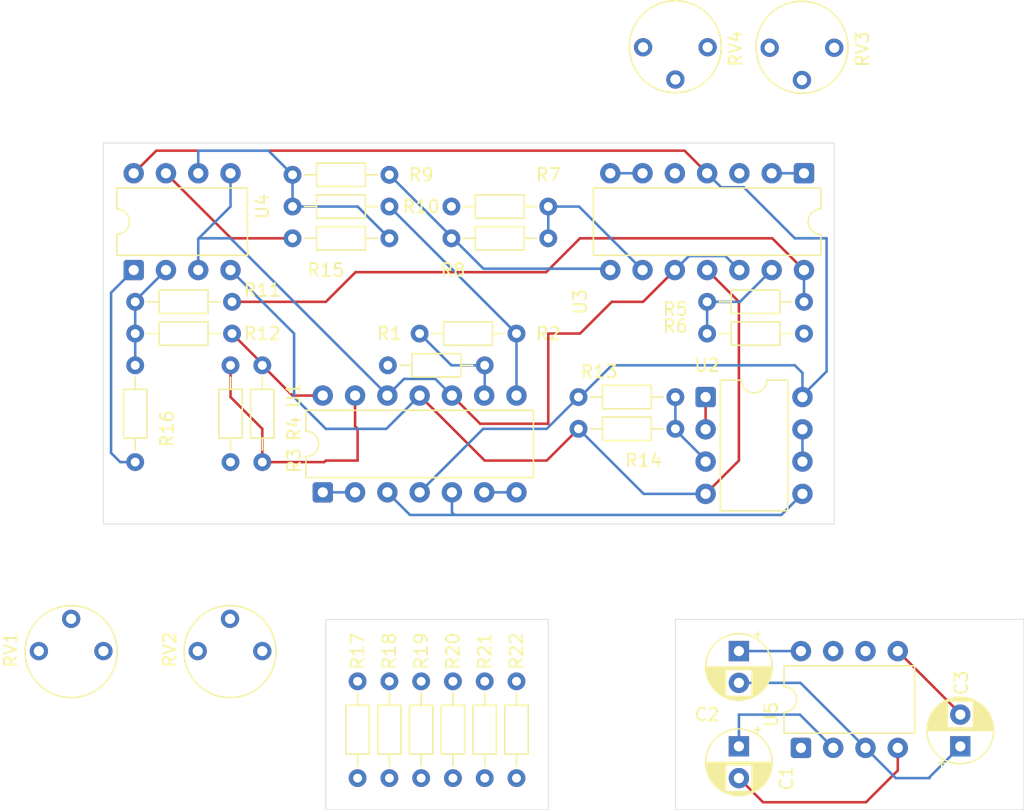
<source format=kicad_pcb>
(kicad_pcb (version 20241229) (generator "pcbnew") (generator_version "9.0")
  (layers (0 "F.Cu" signal) (2 "B.Cu" signal) (13 "F.Paste" user) (15 "B.Paste" user) (5 "F.SilkS" user "F.Silkscreen") (7 "B.SilkS" user "B.Silkscreen") (1 "F.Mask" user) (3 "B.Mask" user) (25 "Edge.Cuts" user))
  (net 0 "")
  (net 1 "Net-(R1-Pad2)")
  (net 2 "Net-(U1D--)")
  (net 3 "-9V")
  (net 4 "Net-(U1C--)")
  (net 5 "Net-(R3-Pad2)")
  (net 6 "/DryL")
  (net 7 "Net-(R5-Pad2)")
  (net 8 "Net-(U3C--)")
  (net 9 "/WetR_Inv")
  (net 10 "Net-(U3D--)")
  (net 11 "Net-(R7-Pad2)")
  (net 12 "/WetL_Inv")
  (net 13 "Net-(U4A--)")
  (net 14 "Net-(U4B--)")
  (net 15 "GND")
  (net 16 "Net-(U1A--)")
  (net 17 "Net-(U3B--)")
  (net 18 "Net-(U3A--)")
  (net 19 "Net-(U1B--)")
  (net 20 "+9V")
  (net 21 "Net-(U5-CAP+)")
  (net 23 "Net-(U5-CAP-)")
  (net 25 "/DryR")
  (net 27 "/Dry_In")
  (net 28 "/WDR_Out")
  (net 29 "/Wet_Left_In")
  (net 30 "/Wet_Right_In")
  (net 31 "/WDL_Out")
  (net 32 "/Dry_Buffered_Bypass")
  (net 33 "Net-(U2A-+)")
  (net 34 "Net-(U2A--)")
  (footprint "Resistor_THT:R_Axial_DIN0204_L3.6mm_D1.6mm_P7.62mm_Horizontal" (layer "F.Cu") (at 152.12 93.14 90)
    (property "Reference" "R17" (at 10 0 90) (layer "F.SilkS"))
    (property "Value" "1M ohm" (hide yes))
    (pad "1" thru_hole circle (at 0 0 90) (size 1.4 1.4) (drill 0.7) (layers "*.Cu" "*.Mask") (net 20 "+9V"))
    (pad "2" thru_hole oval (at 7.62 0 90) (size 1.4 1.4) (drill 0.7) (layers "*.Cu" "*.Mask") (net 27 "/Dry_In"))
  )
  (footprint "Resistor_THT:R_Axial_DIN0204_L3.6mm_D1.6mm_P7.62mm_Horizontal" (layer "F.Cu") (at 187.24 55.64 180)
    (property "Reference" "R6" (at 10.12 -1.92 0) (layer "F.SilkS"))
    (property "Value" "10k ohm" (hide yes))
    (pad "1" thru_hole circle (at 0 0 180) (size 1.4 1.4) (drill 0.7) (layers "*.Cu" "*.Mask") (net 9 "/WetR_Inv"))
    (pad "2" thru_hole oval (at 7.62 0 180) (size 1.4 1.4) (drill 0.7) (layers "*.Cu" "*.Mask") (net 10 "Net-(U3D--)"))
  )
  (footprint "Resistor_THT:R_Axial_DIN0204_L3.6mm_D1.6mm_P7.62mm_Horizontal" (layer "F.Cu") (at 164.62 58.14 180)
    (property "Reference" "R2" (at -2.5 0 0) (layer "F.SilkS"))
    (property "Value" "10k ohm" (hide yes))
    (pad "1" thru_hole circle (at 0 0 180) (size 1.4 1.4) (drill 0.7) (layers "*.Cu" "*.Mask") (net 6 "/DryL"))
    (pad "2" thru_hole oval (at 7.62 0 180) (size 1.4 1.4) (drill 0.7) (layers "*.Cu" "*.Mask") (net 4 "Net-(U1C--)"))
  )
  (footprint "Package_DIP:DIP-8_W7.62mm" (layer "F.Cu") (at 179.5 63.14)
    (property "Reference" "U2" (at 0.12 -2.5 0) (layer "F.SilkS"))
    (property "Value" "TL072" (hide yes))
    (pad "1" thru_hole roundrect (at 0 0) (size 1.6 1.6) (drill 0.8) (layers "*.Cu" "*.Mask") (roundrect_rratio 0.15625) (net 34 "Net-(U2A--)"))
    (pad "2" thru_hole circle (at 0 2.54) (size 1.6 1.6) (drill 0.8) (layers "*.Cu" "*.Mask") (net 34 "Net-(U2A--)"))
    (pad "3" thru_hole circle (at 0 5.08) (size 1.6 1.6) (drill 0.8) (layers "*.Cu" "*.Mask") (net 33 "Net-(U2A-+)"))
    (pad "4" thru_hole circle (at 0 7.62) (size 1.6 1.6) (drill 0.8) (layers "*.Cu" "*.Mask") (net 3 "-9V"))
    (pad "5" thru_hole circle (at 7.62 7.62) (size 1.6 1.6) (drill 0.8) (layers "*.Cu" "*.Mask") (net 27 "/Dry_In"))
    (pad "6" thru_hole circle (at 7.62 5.08) (size 1.6 1.6) (drill 0.8) (layers "*.Cu" "*.Mask") (net 32 "/Dry_Buffered_Bypass"))
    (pad "7" thru_hole circle (at 7.62 2.54) (size 1.6 1.6) (drill 0.8) (layers "*.Cu" "*.Mask") (net 32 "/Dry_Buffered_Bypass"))
    (pad "8" thru_hole circle (at 7.62 0) (size 1.6 1.6) (drill 0.8) (layers "*.Cu" "*.Mask") (net 20 "+9V"))
  )
  (footprint "Resistor_THT:R_Axial_DIN0204_L3.6mm_D1.6mm_P7.62mm_Horizontal" (layer "F.Cu") (at 159.62 93.14 90)
    (property "Reference" "R20" (at 10 0 90) (layer "F.SilkS"))
    (property "Value" "1M ohm" (hide yes))
    (pad "1" thru_hole circle (at 0 0 90) (size 1.4 1.4) (drill 0.7) (layers "*.Cu" "*.Mask") (net 30 "/Wet_Right_In"))
    (pad "2" thru_hole oval (at 7.62 0 90) (size 1.4 1.4) (drill 0.7) (layers "*.Cu" "*.Mask") (net 3 "-9V"))
  )
  (footprint "Package_DIP:DIP-8_W7.62mm" (layer "F.Cu") (at 187 90.76 90)
    (property "Reference" "U5" (at 2.62 -2.33 90) (layer "F.SilkS"))
    (property "Value" "LT1054" (hide yes))
    (pad "1" thru_hole roundrect (at 0 0 90) (size 1.6 1.6) (drill 0.8) (layers "*.Cu" "*.Mask") (roundrect_rratio 0.15625))
    (pad "2" thru_hole circle (at 0 2.54 90) (size 1.6 1.6) (drill 0.8) (layers "*.Cu" "*.Mask") (net 21 "Net-(U5-CAP+)"))
    (pad "3" thru_hole circle (at 0 5.08 90) (size 1.6 1.6) (drill 0.8) (layers "*.Cu" "*.Mask") (net 15 "GND"))
    (pad "4" thru_hole circle (at 0 7.62 90) (size 1.6 1.6) (drill 0.8) (layers "*.Cu" "*.Mask") (net 23 "Net-(U5-CAP-)"))
    (pad "5" thru_hole circle (at 7.62 7.62 90) (size 1.6 1.6) (drill 0.8) (layers "*.Cu" "*.Mask") (net 3 "-9V"))
    (pad "6" thru_hole circle (at 7.62 5.08 90) (size 1.6 1.6) (drill 0.8) (layers "*.Cu" "*.Mask"))
    (pad "7" thru_hole circle (at 7.62 2.54 90) (size 1.6 1.6) (drill 0.8) (layers "*.Cu" "*.Mask"))
    (pad "8" thru_hole circle (at 7.62 0 90) (size 1.6 1.6) (drill 0.8) (layers "*.Cu" "*.Mask") (net 20 "+9V"))
  )
  (footprint "Potentiometer_THT:Potentiometer_Vishay_T7-YA_Single_Vertical" (layer "F.Cu") (at 132.12 83.14 90)
    (property "Reference" "RV1" (at 0.11 -7.29 90) (layer "F.SilkS"))
    (property "Value" "R_Potentiometer_US" (hide yes))
    (pad "1" thru_hole circle (at 0 0 90) (size 1.44 1.44) (drill 0.8) (layers "*.Cu" "*.Mask") (net 16 "Net-(U1A--)"))
    (pad "2" thru_hole circle (at 2.54 -2.54 90) (size 1.44 1.44) (drill 0.8) (layers "*.Cu" "*.Mask") (net 5 "Net-(R3-Pad2)"))
    (pad "3" thru_hole circle (at 0 -5.08 90) (size 1.44 1.44) (drill 0.8) (layers "*.Cu" "*.Mask") (net 15 "GND"))
  )
  (footprint "Resistor_THT:R_Axial_DIN0204_L3.6mm_D1.6mm_P7.62mm_Horizontal" (layer "F.Cu") (at 162.12 93.14 90)
    (property "Reference" "R21" (at 10 0 90) (layer "F.SilkS"))
    (property "Value" "1M ohm" (hide yes))
    (pad "1" thru_hole circle (at 0 0 90) (size 1.4 1.4) (drill 0.7) (layers "*.Cu" "*.Mask") (net 20 "+9V"))
    (pad "2" thru_hole oval (at 7.62 0 90) (size 1.4 1.4) (drill 0.7) (layers "*.Cu" "*.Mask") (net 29 "/Wet_Left_In"))
  )
  (footprint "Package_DIP:DIP-14_W7.62mm" (layer "F.Cu") (at 149.38 70.64 90)
    (property "Reference" "U1" (at 7.62 -2.3 90) (layer "F.SilkS"))
    (property "Value" "TL074" (hide yes))
    (pad "1" thru_hole roundrect (at 0 0 90) (size 1.6 1.6) (drill 0.8) (layers "*.Cu" "*.Mask") (roundrect_rratio 0.15625) (net 16 "Net-(U1A--)"))
    (pad "2" thru_hole circle (at 0 2.54 90) (size 1.6 1.6) (drill 0.8) (layers "*.Cu" "*.Mask") (net 16 "Net-(U1A--)"))
    (pad "3" thru_hole circle (at 0 5.08 90) (size 1.6 1.6) (drill 0.8) (layers "*.Cu" "*.Mask") (net 27 "/Dry_In"))
    (pad "4" thru_hole circle (at 0 7.62 90) (size 1.6 1.6) (drill 0.8) (layers "*.Cu" "*.Mask") (net 20 "+9V"))
    (pad "5" thru_hole circle (at 0 10.16 90) (size 1.6 1.6) (drill 0.8) (layers "*.Cu" "*.Mask") (net 27 "/Dry_In"))
    (pad "6" thru_hole circle (at 0 12.7 90) (size 1.6 1.6) (drill 0.8) (layers "*.Cu" "*.Mask") (net 19 "Net-(U1B--)"))
    (pad "7" thru_hole circle (at 0 15.24 90) (size 1.6 1.6) (drill 0.8) (layers "*.Cu" "*.Mask") (net 19 "Net-(U1B--)"))
    (pad "8" thru_hole circle (at 7.62 15.24 90) (size 1.6 1.6) (drill 0.8) (layers "*.Cu" "*.Mask") (net 6 "/DryL"))
    (pad "9" thru_hole circle (at 7.62 12.7 90) (size 1.6 1.6) (drill 0.8) (layers "*.Cu" "*.Mask") (net 4 "Net-(U1C--)"))
    (pad "10" thru_hole circle (at 7.62 10.16 90) (size 1.6 1.6) (drill 0.8) (layers "*.Cu" "*.Mask") (net 15 "GND"))
    (pad "11" thru_hole circle (at 7.62 7.62 90) (size 1.6 1.6) (drill 0.8) (layers "*.Cu" "*.Mask") (net 3 "-9V"))
    (pad "12" thru_hole circle (at 7.62 5.08 90) (size 1.6 1.6) (drill 0.8) (layers "*.Cu" "*.Mask") (net 15 "GND"))
    (pad "13" thru_hole circle (at 7.62 2.54 90) (size 1.6 1.6) (drill 0.8) (layers "*.Cu" "*.Mask") (net 2 "Net-(U1D--)"))
    (pad "14" thru_hole circle (at 7.62 0 90) (size 1.6 1.6) (drill 0.8) (layers "*.Cu" "*.Mask") (net 25 "/DryR"))
  )
  (footprint "Resistor_THT:R_Axial_DIN0204_L3.6mm_D1.6mm_P7.62mm_Horizontal" (layer "F.Cu") (at 177.12 65.64 180)
    (property "Reference" "R14" (at 2.5 -2.5 0) (layer "F.SilkS"))
    (property "Value" "R_US" (hide yes))
    (pad "1" thru_hole circle (at 0 0 180) (size 1.4 1.4) (drill 0.7) (layers "*.Cu" "*.Mask") (net 33 "Net-(U2A-+)"))
    (pad "2" thru_hole oval (at 7.62 0 180) (size 1.4 1.4) (drill 0.7) (layers "*.Cu" "*.Mask") (net 3 "-9V"))
  )
  (footprint "Resistor_THT:R_Axial_DIN0204_L3.6mm_D1.6mm_P7.62mm_Horizontal" (layer "F.Cu") (at 159.5 50.64)
    (property "Reference" "R8" (at 0.12 2.5 0) (layer "F.SilkS"))
    (property "Value" "10k ohm" (hide yes))
    (pad "1" thru_hole circle (at 0 0) (size 1.4 1.4) (drill 0.7) (layers "*.Cu" "*.Mask") (net 12 "/WetL_Inv"))
    (pad "2" thru_hole oval (at 7.62 0) (size 1.4 1.4) (drill 0.7) (layers "*.Cu" "*.Mask") (net 8 "Net-(U3C--)"))
  )
  (footprint "Resistor_THT:R_Axial_DIN0204_L3.6mm_D1.6mm_P7.62mm_Horizontal" (layer "F.Cu") (at 147 48.14)
    (property "Reference" "R10" (at 10.12 0 0) (layer "F.SilkS"))
    (property "Value" "10k ohm" (hide yes))
    (pad "1" thru_hole circle (at 0 0) (size 1.4 1.4) (drill 0.7) (layers "*.Cu" "*.Mask") (net 14 "Net-(U4B--)"))
    (pad "2" thru_hole oval (at 7.62 0) (size 1.4 1.4) (drill 0.7) (layers "*.Cu" "*.Mask") (net 6 "/DryL"))
  )
  (footprint "Resistor_THT:R_Axial_DIN0204_L3.6mm_D1.6mm_P7.62mm_Horizontal" (layer "F.Cu") (at 134.62 55.64)
    (property "Reference" "R11" (at 10 -0.92 0) (layer "F.SilkS"))
    (property "Value" "10k ohm" (hide yes))
    (pad "1" thru_hole circle (at 0 0) (size 1.4 1.4) (drill 0.7) (layers "*.Cu" "*.Mask") (net 13 "Net-(U4A--)"))
    (pad "2" thru_hole oval (at 7.62 0) (size 1.4 1.4) (drill 0.7) (layers "*.Cu" "*.Mask") (net 9 "/WetR_Inv"))
  )
  (footprint "Potentiometer_THT:Potentiometer_Vishay_T7-YA_Single_Vertical" (layer "F.Cu") (at 144.62 83.14 90)
    (property "Reference" "RV2" (at 0.11 -7.29 90) (layer "F.SilkS"))
    (property "Value" "R_Potentiometer_US" (hide yes))
    (pad "1" thru_hole circle (at 0 0 90) (size 1.44 1.44) (drill 0.8) (layers "*.Cu" "*.Mask") (net 19 "Net-(U1B--)"))
    (pad "2" thru_hole circle (at 2.54 -2.54 90) (size 1.44 1.44) (drill 0.8) (layers "*.Cu" "*.Mask") (net 1 "Net-(R1-Pad2)"))
    (pad "3" thru_hole circle (at 0 -5.08 90) (size 1.44 1.44) (drill 0.8) (layers "*.Cu" "*.Mask") (net 15 "GND"))
  )
  (footprint "Resistor_THT:R_Axial_DIN0204_L3.6mm_D1.6mm_P7.62mm_Horizontal" (layer "F.Cu") (at 169.5 63.14)
    (property "Reference" "R13" (at 1.62 -2 0) (layer "F.SilkS"))
    (property "Value" "R_US" (hide yes))
    (pad "1" thru_hole circle (at 0 0) (size 1.4 1.4) (drill 0.7) (layers "*.Cu" "*.Mask") (net 20 "+9V"))
    (pad "2" thru_hole oval (at 7.62 0) (size 1.4 1.4) (drill 0.7) (layers "*.Cu" "*.Mask") (net 33 "Net-(U2A-+)"))
  )
  (footprint "Resistor_THT:R_Axial_DIN0204_L3.6mm_D1.6mm_P7.62mm_Horizontal" (layer "F.Cu") (at 144.62 60.64 -90)
    (property "Reference" "R4" (at 5 -2.5 90) (layer "F.SilkS"))
    (property "Value" "10k ohm" (hide yes))
    (pad "1" thru_hole circle (at 0 0 270) (size 1.4 1.4) (drill 0.7) (layers "*.Cu" "*.Mask") (net 25 "/DryR"))
    (pad "2" thru_hole oval (at 7.62 0 270) (size 1.4 1.4) (drill 0.7) (layers "*.Cu" "*.Mask") (net 2 "Net-(U1D--)"))
  )
  (footprint "Package_DIP:DIP-8_W7.62mm" (layer "F.Cu") (at 134.5 53.14 90)
    (property "Reference" "U4" (at 5 10.12 90) (layer "F.SilkS"))
    (property "Value" "TL072" (hide yes))
    (pad "1" thru_hole roundrect (at 0 0 90) (size 1.6 1.6) (drill 0.8) (layers "*.Cu" "*.Mask") (roundrect_rratio 0.15625) (net 31 "/WDL_Out"))
    (pad "2" thru_hole circle (at 0 2.54 90) (size 1.6 1.6) (drill 0.8) (layers "*.Cu" "*.Mask") (net 13 "Net-(U4A--)"))
    (pad "3" thru_hole circle (at 0 5.08 90) (size 1.6 1.6) (drill 0.8) (layers "*.Cu" "*.Mask") (net 15 "GND"))
    (pad "4" thru_hole circle (at 0 7.62 90) (size 1.6 1.6) (drill 0.8) (layers "*.Cu" "*.Mask") (net 3 "-9V"))
    (pad "5" thru_hole circle (at 7.62 7.62 90) (size 1.6 1.6) (drill 0.8) (layers "*.Cu" "*.Mask") (net 15 "GND"))
    (pad "6" thru_hole circle (at 7.62 5.08 90) (size 1.6 1.6) (drill 0.8) (layers "*.Cu" "*.Mask") (net 14 "Net-(U4B--)"))
    (pad "7" thru_hole circle (at 7.62 2.54 90) (size 1.6 1.6) (drill 0.8) (layers "*.Cu" "*.Mask") (net 28 "/WDR_Out"))
    (pad "8" thru_hole circle (at 7.62 0 90) (size 1.6 1.6) (drill 0.8) (layers "*.Cu" "*.Mask") (net 20 "+9V"))
  )
  (footprint "Resistor_THT:R_Axial_DIN0204_L3.6mm_D1.6mm_P7.62mm_Horizontal" (layer "F.Cu") (at 167.12 48.14 180)
    (property "Reference" "R7" (at 0 2.5 0) (layer "F.SilkS"))
    (property "Value" "10k ohm" (hide yes))
    (pad "1" thru_hole circle (at 0 0 180) (size 1.4 1.4) (drill 0.7) (layers "*.Cu" "*.Mask") (net 8 "Net-(U3C--)"))
    (pad "2" thru_hole oval (at 7.62 0 180) (size 1.4 1.4) (drill 0.7) (layers "*.Cu" "*.Mask") (net 11 "Net-(R7-Pad2)"))
  )
  (footprint "Resistor_THT:R_Axial_DIN0204_L3.6mm_D1.6mm_P7.62mm_Horizontal" (layer "F.Cu") (at 142.12 60.64 -90)
    (property "Reference" "R3" (at 7.5 -5 90) (layer "F.SilkS"))
    (property "Value" "10k ohm" (hide yes))
    (pad "1" thru_hole circle (at 0 0 270) (size 1.4 1.4) (drill 0.7) (layers "*.Cu" "*.Mask") (net 2 "Net-(U1D--)"))
    (pad "2" thru_hole oval (at 7.62 0 270) (size 1.4 1.4) (drill 0.7) (layers "*.Cu" "*.Mask") (net 5 "Net-(R3-Pad2)"))
  )
  (footprint "Resistor_THT:R_Axial_DIN0204_L3.6mm_D1.6mm_P7.62mm_Horizontal" (layer "F.Cu") (at 147 45.64)
    (property "Reference" "R9" (at 10.12 0 0) (layer "F.SilkS"))
    (property "Value" "10k ohm" (hide yes))
    (pad "1" thru_hole circle (at 0 0) (size 1.4 1.4) (drill 0.7) (layers "*.Cu" "*.Mask") (net 14 "Net-(U4B--)"))
    (pad "2" thru_hole oval (at 7.62 0) (size 1.4 1.4) (drill 0.7) (layers "*.Cu" "*.Mask") (net 12 "/WetL_Inv"))
  )
  (footprint "Capacitor_THT:CP_Radial_D5.0mm_P2.50mm" (layer "F.Cu") (at 182.12 90.64 -90)
    (property "Reference" "C1" (at 2.5 -3.75 90) (layer "F.SilkS"))
    (property "Value" "C_Polarized_US" (hide yes))
    (pad "1" thru_hole rect (at 0 0 270) (size 1.6 1.6) (drill 0.8) (layers "*.Cu" "*.Mask") (net 21 "Net-(U5-CAP+)"))
    (pad "2" thru_hole circle (at 2.5 0 270) (size 1.6 1.6) (drill 0.8) (layers "*.Cu" "*.Mask") (net 23 "Net-(U5-CAP-)"))
  )
  (footprint "Potentiometer_THT:Potentiometer_Vishay_T7-YA_Single_Vertical" (layer "F.Cu") (at 174.58 35.6 -90)
    (property "Reference" "RV4" (at 0.11 -7.29 90) (layer "F.SilkS"))
    (property "Value" "R_Potentiometer_US" (hide yes))
    (pad "1" thru_hole circle (at 0 0 270) (size 1.44 1.44) (drill 0.8) (layers "*.Cu" "*.Mask") (net 17 "Net-(U3B--)"))
    (pad "2" thru_hole circle (at 2.54 -2.54 270) (size 1.44 1.44) (drill 0.8) (layers "*.Cu" "*.Mask") (net 11 "Net-(R7-Pad2)"))
    (pad "3" thru_hole circle (at 0 -5.08 270) (size 1.44 1.44) (drill 0.8) (layers "*.Cu" "*.Mask") (net 15 "GND"))
  )
  (footprint "Resistor_THT:R_Axial_DIN0204_L3.6mm_D1.6mm_P7.62mm_Horizontal" (layer "F.Cu") (at 157.12 93.14 90)
    (property "Reference" "R19" (at 10 0 90) (layer "F.SilkS"))
    (property "Value" "1M ohm" (hide yes))
    (pad "1" thru_hole circle (at 0 0 90) (size 1.4 1.4) (drill 0.7) (layers "*.Cu" "*.Mask") (net 20 "+9V"))
    (pad "2" thru_hole oval (at 7.62 0 90) (size 1.4 1.4) (drill 0.7) (layers "*.Cu" "*.Mask") (net 30 "/Wet_Right_In"))
  )
  (footprint "Resistor_THT:R_Axial_DIN0204_L3.6mm_D1.6mm_P7.62mm_Horizontal" (layer "F.Cu") (at 154.62 93.14 90)
    (property "Reference" "R18" (at 10 0 90) (layer "F.SilkS"))
    (property "Value" "1M ohm" (hide yes))
    (pad "1" thru_hole circle (at 0 0 90) (size 1.4 1.4) (drill 0.7) (layers "*.Cu" "*.Mask") (net 27 "/Dry_In"))
    (pad "2" thru_hole oval (at 7.62 0 90) (size 1.4 1.4) (drill 0.7) (layers "*.Cu" "*.Mask") (net 3 "-9V"))
  )
  (footprint "Capacitor_THT:CP_Radial_D5.0mm_P2.50mm" (layer "F.Cu") (at 199.54 90.64 90)
    (property "Reference" "C3" (at 5 0.08 90) (layer "F.SilkS"))
    (property "Value" "C_Polarized_US" (hide yes))
    (pad "1" thru_hole rect (at 0 0 90) (size 1.6 1.6) (drill 0.8) (layers "*.Cu" "*.Mask") (net 15 "GND"))
    (pad "2" thru_hole circle (at 2.5 0 90) (size 1.6 1.6) (drill 0.8) (layers "*.Cu" "*.Mask") (net 3 "-9V"))
  )
  (footprint "Resistor_THT:R_Axial_DIN0204_L3.6mm_D1.6mm_P7.62mm_Horizontal" (layer "F.Cu") (at 147 50.64)
    (property "Reference" "R15" (at 2.62 2.5 0) (layer "F.SilkS"))
    (property "Value" "10k ohm" (hide yes))
    (pad "1" thru_hole circle (at 0 0) (size 1.4 1.4) (drill 0.7) (layers "*.Cu" "*.Mask") (net 28 "/WDR_Out"))
    (pad "2" thru_hole oval (at 7.62 0) (size 1.4 1.4) (drill 0.7) (layers "*.Cu" "*.Mask") (net 14 "Net-(U4B--)"))
  )
  (footprint "Potentiometer_THT:Potentiometer_Vishay_T7-YA_Single_Vertical" (layer "F.Cu") (at 184.54 35.64 -90)
    (property "Reference" "RV3" (at 0.11 -7.29 90) (layer "F.SilkS"))
    (property "Value" "R_Potentiometer_US" (hide yes))
    (pad "1" thru_hole circle (at 0 0 270) (size 1.44 1.44) (drill 0.8) (layers "*.Cu" "*.Mask") (net 18 "Net-(U3A--)"))
    (pad "2" thru_hole circle (at 2.54 -2.54 270) (size 1.44 1.44) (drill 0.8) (layers "*.Cu" "*.Mask") (net 7 "Net-(R5-Pad2)"))
    (pad "3" thru_hole circle (at 0 -5.08 270) (size 1.44 1.44) (drill 0.8) (layers "*.Cu" "*.Mask") (net 15 "GND"))
  )
  (footprint "Package_DIP:DIP-14_W7.62mm" (layer "F.Cu") (at 187.24 45.52 -90)
    (property "Reference" "U3" (at 10.12 17.62 90) (layer "F.SilkS"))
    (property "Value" "TL074" (hide yes))
    (pad "1" thru_hole roundrect (at 0 0 270) (size 1.6 1.6) (drill 0.8) (layers "*.Cu" "*.Mask") (roundrect_rratio 0.15625) (net 18 "Net-(U3A--)"))
    (pad "2" thru_hole circle (at 0 2.54 270) (size 1.6 1.6) (drill 0.8) (layers "*.Cu" "*.Mask") (net 18 "Net-(U3A--)"))
    (pad "3" thru_hole circle (at 0 5.08 270) (size 1.6 1.6) (drill 0.8) (layers "*.Cu" "*.Mask") (net 30 "/Wet_Right_In"))
    (pad "4" thru_hole circle (at 0 7.62 270) (size 1.6 1.6) (drill 0.8) (layers "*.Cu" "*.Mask") (net 20 "+9V"))
    (pad "5" thru_hole circle (at 0 10.16 270) (size 1.6 1.6) (drill 0.8) (layers "*.Cu" "*.Mask") (net 29 "/Wet_Left_In"))
    (pad "6" thru_hole circle (at 0 12.7 270) (size 1.6 1.6) (drill 0.8) (layers "*.Cu" "*.Mask") (net 17 "Net-(U3B--)"))
    (pad "7" thru_hole circle (at 0 15.24 270) (size 1.6 1.6) (drill 0.8) (layers "*.Cu" "*.Mask") (net 17 "Net-(U3B--)"))
    (pad "8" thru_hole circle (at 7.62 15.24 270) (size 1.6 1.6) (drill 0.8) (layers "*.Cu" "*.Mask") (net 12 "/WetL_Inv"))
    (pad "9" thru_hole circle (at 7.62 12.7 270) (size 1.6 1.6) (drill 0.8) (layers "*.Cu" "*.Mask") (net 8 "Net-(U3C--)"))
    (pad "10" thru_hole circle (at 7.62 10.16 270) (size 1.6 1.6) (drill 0.8) (layers "*.Cu" "*.Mask") (net 15 "GND"))
    (pad "11" thru_hole circle (at 7.62 7.62 270) (size 1.6 1.6) (drill 0.8) (layers "*.Cu" "*.Mask") (net 3 "-9V"))
    (pad "12" thru_hole circle (at 7.62 5.08 270) (size 1.6 1.6) (drill 0.8) (layers "*.Cu" "*.Mask") (net 15 "GND"))
    (pad "13" thru_hole circle (at 7.62 2.54 270) (size 1.6 1.6) (drill 0.8) (layers "*.Cu" "*.Mask") (net 10 "Net-(U3D--)"))
    (pad "14" thru_hole circle (at 7.62 0 270) (size 1.6 1.6) (drill 0.8) (layers "*.Cu" "*.Mask") (net 9 "/WetR_Inv"))
  )
  (footprint "Resistor_THT:R_Axial_DIN0204_L3.6mm_D1.6mm_P7.62mm_Horizontal" (layer "F.Cu") (at 134.62 58.14)
    (property "Reference" "R12" (at 10 0 0) (layer "F.SilkS"))
    (property "Value" "10k ohm" (hide yes))
    (pad "1" thru_hole circle (at 0 0) (size 1.4 1.4) (drill 0.7) (layers "*.Cu" "*.Mask") (net 13 "Net-(U4A--)"))
    (pad "2" thru_hole oval (at 7.62 0) (size 1.4 1.4) (drill 0.7) (layers "*.Cu" "*.Mask") (net 25 "/DryR"))
  )
  (footprint "Resistor_THT:R_Axial_DIN0204_L3.6mm_D1.6mm_P7.62mm_Horizontal" (layer "F.Cu") (at 134.62 68.26 90)
    (property "Reference" "R16" (at 2.62 2.5 90) (layer "F.SilkS"))
    (property "Value" "10k ohm" (hide yes))
    (pad "1" thru_hole circle (at 0 0 90) (size 1.4 1.4) (drill 0.7) (layers "*.Cu" "*.Mask") (net 31 "/WDL_Out"))
    (pad "2" thru_hole oval (at 7.62 0 90) (size 1.4 1.4) (drill 0.7) (layers "*.Cu" "*.Mask") (net 13 "Net-(U4A--)"))
  )
  (footprint "Resistor_THT:R_Axial_DIN0204_L3.6mm_D1.6mm_P7.62mm_Horizontal" (layer "F.Cu") (at 164.62 93.14 90)
    (property "Reference" "R22" (at 10 0 90) (layer "F.SilkS"))
    (property "Value" "1M ohm" (hide yes))
    (pad "1" thru_hole circle (at 0 0 90) (size 1.4 1.4) (drill 0.7) (layers "*.Cu" "*.Mask") (net 29 "/Wet_Left_In"))
    (pad "2" thru_hole oval (at 7.62 0 90) (size 1.4 1.4) (drill 0.7) (layers "*.Cu" "*.Mask") (net 3 "-9V"))
  )
  (footprint "Resistor_THT:R_Axial_DIN0204_L3.6mm_D1.6mm_P7.62mm_Horizontal" (layer "F.Cu") (at 179.62 58.14)
    (property "Reference" "R5" (at -2.5 -1.92 0) (layer "F.SilkS"))
    (property "Value" "10k ohm" (hide yes))
    (pad "1" thru_hole circle (at 0 0) (size 1.4 1.4) (drill 0.7) (layers "*.Cu" "*.Mask") (net 10 "Net-(U3D--)"))
    (pad "2" thru_hole oval (at 7.62 0) (size 1.4 1.4) (drill 0.7) (layers "*.Cu" "*.Mask") (net 7 "Net-(R5-Pad2)"))
  )
  (footprint "Resistor_THT:R_Axial_DIN0204_L3.6mm_D1.6mm_P7.62mm_Horizontal" (layer "F.Cu") (at 162.12 60.64 180)
    (property "Reference" "R1" (at 7.5 2.5 0) (layer "F.SilkS"))
    (property "Value" "10k ohm" (hide yes))
    (pad "1" thru_hole circle (at 0 0 180) (size 1.4 1.4) (drill 0.7) (layers "*.Cu" "*.Mask") (net 4 "Net-(U1C--)"))
    (pad "2" thru_hole oval (at 7.62 0 180) (size 1.4 1.4) (drill 0.7) (layers "*.Cu" "*.Mask") (net 1 "Net-(R1-Pad2)"))
  )
  (footprint "Capacitor_THT:CP_Radial_D5.0mm_P2.50mm" (layer "F.Cu") (at 182.12 83.14 -90)
    (property "Reference" "C2" (at 5 2.5 0) (layer "F.SilkS"))
    (property "Value" "C_Polarized_US" (hide yes))
    (pad "1" thru_hole rect (at 0 0 270) (size 1.6 1.6) (drill 0.8) (layers "*.Cu" "*.Mask") (net 20 "+9V"))
    (pad "2" thru_hole circle (at 2.5 0 270) (size 1.6 1.6) (drill 0.8) (layers "*.Cu" "*.Mask") (net 15 "GND"))
  )
  (gr_rect (start 177.12 80.64) (end 204.54 95.64) (stroke (width 0.05)) (fill no) (layer "Edge.Cuts"))
  (gr_rect (start 149.62 80.64) (end 167.12 95.64) (stroke (width 0.05)) (fill no) (layer "Edge.Cuts"))
  (gr_rect (start 132.12 43.14) (end 189.62 73.14) (stroke (width 0.05)) (fill no) (layer "Edge.Cuts"))
  (segment (start 152.12 68.14) (end 149.62 68.14) (width 0.2) (layer "F.Cu") (net 2))
  (segment (start 144.62 68.26) (end 144.62 65.64) (width 0.2) (layer "F.Cu") (net 2))
  (segment (start 142.12 63.14) (end 142.12 60.64) (width 0.2) (layer "F.Cu") (net 2))
  (segment (start 149.62 68.14) (end 149.5 68.26) (width 0.2) (layer "F.Cu") (net 2))
  (segment (start 151.92 65.44) (end 152.12 65.64) (width 0.2) (layer "F.Cu") (net 2))
  (segment (start 144.62 65.64) (end 142.12 63.14) (width 0.2) (layer "F.Cu") (net 2))
  (segment (start 152.12 65.64) (end 152.12 68.14) (width 0.2) (layer "F.Cu") (net 2))
  (segment (start 149.5 68.26) (end 144.62 68.26) (width 0.2) (layer "F.Cu") (net 2))
  (segment (start 151.92 65.44) (end 151.92 63.02) (width 0.2) (layer "F.Cu") (net 2))
  (segment (start 157 63.02) (end 162.12 68.14) (width 0.2) (layer "F.Cu") (net 3))
  (segment (start 182.12 68.14) (end 179.5 70.76) (width 0.2) (layer "F.Cu") (net 3))
  (segment (start 162.12 68.14) (end 167 68.14) (width 0.2) (layer "F.Cu") (net 3))
  (segment (start 182.12 55.64) (end 182.12 68.14) (width 0.2) (layer "F.Cu") (net 3))
  (segment (start 167 68.14) (end 169.5 65.64) (width 0.2) (layer "F.Cu") (net 3))
  (segment (start 199.54 88.06) (end 199.54 88.14) (width 0.2) (layer "F.Cu") (net 3))
  (segment (start 194.62 83.14) (end 199.54 88.06) (width 0.2) (layer "F.Cu") (net 3))
  (segment (start 179.62 53.14) (end 182.12 55.64) (width 0.2) (layer "F.Cu") (net 3))
  (segment (start 142.12 53.14) (end 147.12 58.14) (width 0.2) (layer "B.Cu") (net 3))
  (segment (start 174.62 70.76) (end 169.5 65.64) (width 0.2) (layer "B.Cu") (net 3))
  (segment (start 154.38 65.64) (end 149.62 65.64) (width 0.2) (layer "B.Cu") (net 3))
  (segment (start 157 63.02) (end 154.38 65.64) (width 0.2) (layer "B.Cu") (net 3))
  (segment (start 194.62 83.22) (end 194.62 83.14) (width 0.2) (layer "B.Cu") (net 3))
  (segment (start 147.12 63.14) (end 149.62 65.64) (width 0.2) (layer "B.Cu") (net 3))
  (segment (start 179.38 70.76) (end 174.62 70.76) (width 0.2) (layer "B.Cu") (net 3))
  (segment (start 147.12 58.14) (end 147.12 63.14) (width 0.2) (layer "B.Cu") (net 3))
  (segment (start 159.5 60.64) (end 162.12 60.64) (width 0.2) (layer "B.Cu") (net 4))
  (segment (start 162.12 62.98) (end 162.08 63.02) (width 0.2) (layer "B.Cu") (net 4))
  (segment (start 157 58.14) (end 159.5 60.64) (width 0.2) (layer "B.Cu") (net 4))
  (segment (start 162.12 60.64) (end 162.12 62.98) (width 0.2) (layer "B.Cu") (net 4))
  (segment (start 154.62 48.14) (end 164.62 58.14) (width 0.2) (layer "B.Cu") (net 6))
  (segment (start 164.62 58.14) (end 164.62 62.659) (width 0.2) (layer "B.Cu") (net 6))
  (segment (start 164.62 62.659) (end 164.7 62.739) (width 0.2) (layer "B.Cu") (net 6))
  (segment (start 169.54 48.14) (end 174.54 53.14) (width 0.2) (layer "B.Cu") (net 8))
  (segment (start 167.12 48.14) (end 167.12 50.64) (width 0.2) (layer "B.Cu") (net 8))
  (segment (start 167.12 48.14) (end 169.54 48.14) (width 0.2) (layer "B.Cu") (net 8))
  (segment (start 167.24 48.26) (end 167.12 48.14) (width 0.2) (layer "B.Cu") (net 8))
  (segment (start 151.952055 53.307945) (end 166.952055 53.307945) (width 0.2) (layer "F.Cu") (net 9))
  (segment (start 166.952055 53.307945) (end 169.62 50.64) (width 0.2) (layer "F.Cu") (net 9))
  (segment (start 149.62 55.64) (end 151.952055 53.307945) (width 0.2) (layer "F.Cu") (net 9))
  (segment (start 142.24 55.64) (end 149.62 55.64) (width 0.2) (layer "F.Cu") (net 9))
  (segment (start 169.62 50.64) (end 184.74 50.64) (width 0.2) (layer "F.Cu") (net 9))
  (segment (start 184.74 50.64) (end 187.24 53.14) (width 0.2) (layer "F.Cu") (net 9))
  (segment (start 187.24 55.64) (end 187.24 53.14) (width 0.2) (layer "B.Cu") (net 9))
  (segment (start 187.24 55.64) (end 187.12 55.64) (width 0.2) (layer "B.Cu") (net 9))
  (segment (start 179.62 55.64) (end 179.62 58.14) (width 0.2) (layer "B.Cu") (net 10))
  (segment (start 182.2 55.64) (end 179.62 55.64) (width 0.2) (layer "B.Cu") (net 10))
  (segment (start 184.7 53.14) (end 182.2 55.64) (width 0.2) (layer "B.Cu") (net 10))
  (segment (start 162.014721 53.034721) (end 171.894721 53.034721) (width 0.2) (layer "B.Cu") (net 12))
  (segment (start 154.62 45.64) (end 162.014721 53.034721) (width 0.2) (layer "B.Cu") (net 12))
  (segment (start 171.894721 53.034721) (end 172 53.14) (width 0.2) (layer "B.Cu") (net 12))
  (segment (start 137.04 53.14) (end 134.62 55.56) (width 0.2) (layer "B.Cu") (net 13))
  (segment (start 134.62 55.64) (end 134.62 60.64) (width 0.2) (layer "B.Cu") (net 13))
  (segment (start 134.62 55.56) (end 134.62 55.64) (width 0.2) (layer "B.Cu") (net 13))
  (segment (start 134.54 55.64) (end 134.5 55.64) (width 0.2) (layer "B.Cu") (net 13))
  (segment (start 139.62 43.741) (end 139.58 43.781) (width 0.2) (layer "B.Cu") (net 14))
  (segment (start 145.101 43.741) (end 139.62 43.741) (width 0.2) (layer "B.Cu") (net 14))
  (segment (start 147 48.14) (end 147 45.64) (width 0.2) (layer "B.Cu") (net 14))
  (segment (start 147 45.64) (end 145.101 43.741) (width 0.2) (layer "B.Cu") (net 14))
  (segment (start 152.12 48.14) (end 154.62 50.64) (width 0.2) (layer "B.Cu") (net 14))
  (segment (start 139.58 43.781) (end 139.58 45.52) (width 0.2) (layer "B.Cu") (net 14))
  (segment (start 147 48.14) (end 152.12 48.14) (width 0.2) (layer "B.Cu") (net 14))
  (segment (start 161.759 65.239) (end 159.54 63.02) (width 0.2) (layer "F.Cu") (net 15))
  (segment (start 172.12 55.64) (end 169.62 58.14) (width 0.2) (layer "F.Cu") (net 15))
  (segment (start 174.58 55.64) (end 172.12 55.64) (width 0.2) (layer "F.Cu") (net 15))
  (segment (start 167.12 65.239) (end 161.759 65.239) (width 0.2) (layer "F.Cu") (net 15))
  (segment (start 169.62 58.14) (end 167.12 58.14) (width 0.2) (layer "F.Cu") (net 15))
  (segment (start 167.12 58.14) (end 167.12 65.239) (width 0.2) (layer "F.Cu") (net 15))
  (segment (start 177.08 53.14) (end 174.58 55.64) (width 0.2) (layer "F.Cu") (net 15))
  (segment (start 139.58 53.14) (end 139.58 50.68) (width 0.2) (layer "B.Cu") (net 15))
  (segment (start 139.58 50.68) (end 139.62 50.64) (width 0.2) (layer "B.Cu") (net 15))
  (segment (start 186.96 85.64) (end 192.08 90.76) (width 0.2) (layer "B.Cu") (net 15))
  (segment (start 197.12 93.14) (end 197.12 93.06) (width 0.2) (layer "B.Cu") (net 15))
  (segment (start 158.23 61.71) (end 155.77 61.71) (width 0.2) (layer "B.Cu") (net 15))
  (segment (start 158.23 61.71) (end 159.54 63.02) (width 0.2) (layer "B.Cu") (net 15))
  (segment (start 181.059 52.039) (end 182.16 53.14) (width 0.2) (layer "B.Cu") (net 15))
  (segment (start 178.181 52.039) (end 181.059 52.039) (width 0.2) (layer "B.Cu") (net 15))
  (segment (start 192.08 90.76) (end 194.46 93.14) (width 0.2) (layer "B.Cu") (net 15))
  (segment (start 142.12 50.64) (end 154.46 62.98) (width 0.2) (layer "B.Cu") (net 15))
  (segment (start 142.12 48.14) (end 142.12 45.52) (width 0.2) (layer "B.Cu") (net 15))
  (segment (start 139.62 50.64) (end 142.12 48.14) (width 0.2) (layer "B.Cu") (net 15))
  (segment (start 182.12 85.64) (end 186.96 85.64) (width 0.2) (layer "B.Cu") (net 15))
  (segment (start 182.12 53.22) (end 182.16 53.26) (width 0.2) (layer "B.Cu") (net 15))
  (segment (start 154.46 62.98) (end 154.46 63.02) (width 0.2) (layer "B.Cu") (net 15))
  (segment (start 139.62 50.64) (end 142.12 50.64) (width 0.2) (layer "B.Cu") (net 15))
  (segment (start 197.12 93.06) (end 199.54 90.64) (width 0.2) (layer "B.Cu") (net 15))
  (segment (start 155.77 61.71) (end 154.46 63.02) (width 0.2) (layer "B.Cu") (net 15))
  (segment (start 194.46 93.14) (end 197.12 93.14) (width 0.2) (layer "B.Cu") (net 15))
  (segment (start 182.08 85.68) (end 182.12 85.64) (width 0.2) (layer "B.Cu") (net 15))
  (segment (start 177.08 53.14) (end 178.181 52.039) (width 0.2) (layer "B.Cu") (net 15))
  (segment (start 149.46 70.64) (end 152 70.64) (width 0.2) (layer "B.Cu") (net 16))
  (segment (start 172 45.52) (end 174.54 45.52) (width 0.2) (layer "B.Cu") (net 17))
  (segment (start 187.24 45.52) (end 184.7 45.52) (width 0.2) (layer "B.Cu") (net 18))
  (segment (start 162.16 70.64) (end 164.7 70.64) (width 0.2) (layer "B.Cu") (net 19))
  (segment (start 136.279 43.741) (end 177.841 43.741) (width 0.2) (layer "F.Cu") (net 20))
  (segment (start 177.841 43.741) (end 179.62 45.52) (width 0.2) (layer "F.Cu") (net 20))
  (segment (start 134.5 45.52) (end 136.279 43.741) (width 0.2) (layer "F.Cu") (net 20))
  (segment (start 187.12 61.241) (end 187.12 63.02) (width 0.2) (layer "B.Cu") (net 20))
  (segment (start 180.721 46.621) (end 182.5 46.621) (width 0.2) (layer "B.Cu") (net 20))
  (segment (start 179.62 45.52) (end 180.721 46.621) (width 0.2) (layer "B.Cu") (net 20))
  (segment (start 182.5 46.621) (end 186.519 50.64) (width 0.2) (layer "B.Cu") (net 20))
  (segment (start 169.5 63.14) (end 169.62 63.14) (width 0.2) (layer "B.Cu") (net 20))
  (segment (start 189.019 61.121) (end 187.12 63.02) (width 0.2) (layer "B.Cu") (net 20))
  (segment (start 172.12 60.64) (end 186.519 60.64) (width 0.2) (layer "B.Cu") (net 20))
  (segment (start 169.5 63.14) (end 167 65.64) (width 0.2) (layer "B.Cu") (net 20))
  (segment (start 182.12 83.14) (end 187 83.14) (width 0.2) (layer "B.Cu") (net 20))
  (segment (start 189.019 50.64) (end 189.019 58.14) (width 0.2) (layer "B.Cu") (net 20))
  (segment (start 169.62 63.14) (end 172.12 60.64) (width 0.2) (layer "B.Cu") (net 20))
  (segment (start 186.519 60.64) (end 187.12 61.241) (width 0.2) (layer "B.Cu") (net 20))
  (segment (start 162 65.64) (end 157 70.64) (width 0.2) (layer "B.Cu") (net 20))
  (segment (start 167 65.64) (end 162 65.64) (width 0.2) (layer "B.Cu") (net 20))
  (segment (start 189.019 58.14) (end 189.019 61.121) (width 0.2) (layer "B.Cu") (net 20))
  (segment (start 186.519 50.64) (end 189.019 50.64) (width 0.2) (layer "B.Cu") (net 20))
  (segment (start 189.54 90.76) (end 189.54 90.56) (width 0.2) (layer "F.Cu") (net 21))
  (segment (start 182.12 88.14) (end 182.12 90.64) (width 0.2) (layer "B.Cu") (net 21))
  (segment (start 189.54 90.76) (end 186.92 88.14) (width 0.2) (layer "B.Cu") (net 21))
  (segment (start 186.92 88.14) (end 182.12 88.14) (width 0.2) (layer "B.Cu") (net 21))
  (segment (start 184.019 95.039) (end 192.12 95.039) (width 0.2) (layer "F.Cu") (net 23))
  (segment (start 192.12 95.039) (end 194.62 92.539) (width 0.2) (layer "F.Cu") (net 23))
  (segment (start 194.62 92.539) (end 194.62 90.76) (width 0.2) (layer "F.Cu") (net 23))
  (segment (start 182.12 93.14) (end 184.019 95.039) (width 0.2) (layer "F.Cu") (net 23))
  (segment (start 144.62 60.64) (end 147 63.02) (width 0.2) (layer "F.Cu") (net 25))
  (segment (start 142.24 58.14) (end 144.62 60.52) (width 0.2) (layer "F.Cu") (net 25))
  (segment (start 149.42 62.6129) (end 149.2939 62.739) (width 0.2) (layer "F.Cu") (net 25))
  (segment (start 144.62 60.52) (end 144.62 60.64) (width 0.2) (layer "F.Cu") (net 25))
  (segment (start 149.62 63.14) (end 149.62 62.98) (width 0.2) (layer "F.Cu") (net 25))
  (segment (start 147 63.02) (end 149.38 63.02) (width 0.2) (layer "F.Cu") (net 25))
  (segment (start 185.461 72.419) (end 159.74 72.419) (width 0.2) (layer "B.Cu") (net 27))
  (segment (start 156.239 72.419) (end 159.74 72.419) (width 0.2) (layer "B.Cu") (net 27))
  (segment (start 159.54 72.219) (end 159.74 72.419) (width 0.2) (layer "B.Cu") (net 27))
  (segment (start 187.12 70.76) (end 185.461 72.419) (width 0.2) (layer "B.Cu") (net 27))
  (segment (start 159.54 70.64) (end 159.54 72.219) (width 0.2) (layer "B.Cu") (net 27))
  (segment (start 154.46 70.64) (end 156.239 72.419) (width 0.2) (layer "B.Cu") (net 27))
  (segment (start 137.04 45.52) (end 142.12 50.6) (width 0.2) (layer "F.Cu") (net 28))
  (segment (start 142.12 50.64) (end 147 50.64) (width 0.2) (layer "F.Cu") (net 28))
  (segment (start 142.12 50.6) (end 142.12 50.64) (width 0.2) (layer "F.Cu") (net 28))
  (segment (start 133.442 68.26) (end 134.62 68.26) (width 0.2) (layer "B.Cu") (net 31))
  (segment (start 132.721 54.919) (end 132.721 67.539) (width 0.2) (layer "B.Cu") (net 31))
  (segment (start 134.5 53.14) (end 132.721 54.919) (width 0.2) (layer "B.Cu") (net 31))
  (segment (start 132.721 67.539) (end 133.442 68.26) (width 0.2) (layer "B.Cu") (net 31))
  (segment (start 187.12 65.68) (end 187.12 68.22) (width 0.2) (layer "B.Cu") (net 32))
  (segment (start 179.35645 67.87645) (end 179.35645 67.95645) (width 0.2) (layer "F.Cu") (net 33))
  (segment (start 177.12 65.72) (end 179.5 68.1) (width 0.2) (layer "B.Cu") (net 33))
  (segment (start 177.12 65.64) (end 177.12 65.72) (width 0.2) (layer "B.Cu") (net 33))
  (segment (start 177.12 63.14) (end 177.12 65.64) (width 0.2) (layer "B.Cu") (net 33))
  (segment (start 179.5 65.68) (end 179.5 63.14) (width 0.2) (layer "F.Cu") (net 34))
)
</source>
